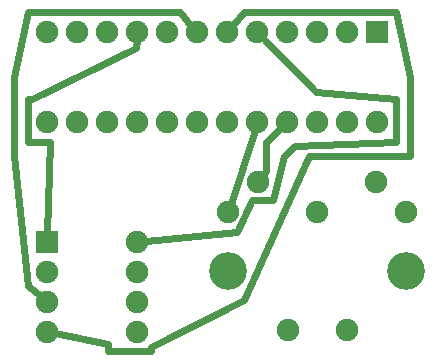
<source format=gbl>
G04 MADE WITH FRITZING*
G04 WWW.FRITZING.ORG*
G04 DOUBLE SIDED*
G04 HOLES PLATED*
G04 CONTOUR ON CENTER OF CONTOUR VECTOR*
%ASAXBY*%
%FSLAX23Y23*%
%MOIN*%
%OFA0B0*%
%SFA1.0B1.0*%
%ADD10C,0.075000*%
%ADD11C,0.126000*%
%ADD12R,0.075000X0.075000*%
%ADD13C,0.024000*%
%LNCOPPER0*%
G90*
G70*
G54D10*
X1266Y1096D03*
X1266Y796D03*
X1166Y1096D03*
X1166Y796D03*
X1066Y1096D03*
X1066Y796D03*
X966Y1096D03*
X966Y796D03*
X866Y1096D03*
X866Y796D03*
X766Y1096D03*
X766Y796D03*
X666Y1096D03*
X666Y796D03*
X566Y1096D03*
X566Y796D03*
X466Y1096D03*
X466Y796D03*
X366Y1096D03*
X366Y796D03*
X266Y1096D03*
X266Y796D03*
X166Y1096D03*
X166Y796D03*
X166Y396D03*
X466Y396D03*
X166Y296D03*
X466Y296D03*
X166Y196D03*
X466Y196D03*
X166Y96D03*
X466Y96D03*
X771Y496D03*
X870Y595D03*
X1066Y496D03*
X1263Y595D03*
X1362Y496D03*
X968Y102D03*
G54D11*
X1362Y299D03*
X771Y299D03*
G54D10*
X1165Y102D03*
G54D12*
X1266Y1096D03*
X166Y396D03*
G54D13*
X946Y776D02*
X896Y729D01*
D02*
X896Y729D02*
X896Y633D01*
D02*
X896Y633D02*
X886Y618D01*
D02*
X858Y769D02*
X780Y523D01*
D02*
X465Y1068D02*
X464Y1041D01*
D02*
X464Y1041D02*
X116Y873D01*
D02*
X116Y873D02*
X104Y873D01*
D02*
X104Y873D02*
X104Y729D01*
D02*
X104Y729D02*
X176Y729D01*
D02*
X176Y729D02*
X167Y425D01*
D02*
X887Y1076D02*
X1064Y897D01*
D02*
X1064Y897D02*
X1328Y873D01*
D02*
X1328Y873D02*
X1328Y729D01*
D02*
X1328Y729D02*
X992Y717D01*
D02*
X992Y717D02*
X956Y681D01*
D02*
X956Y681D02*
X920Y537D01*
D02*
X920Y537D02*
X848Y537D01*
D02*
X848Y537D02*
X800Y429D01*
D02*
X800Y429D02*
X495Y399D01*
D02*
X647Y1117D02*
X608Y1161D01*
D02*
X608Y1161D02*
X104Y1161D01*
D02*
X104Y1161D02*
X56Y945D01*
D02*
X56Y945D02*
X56Y681D01*
D02*
X56Y681D02*
X104Y249D01*
D02*
X104Y249D02*
X145Y215D01*
D02*
X194Y91D02*
X368Y57D01*
D02*
X368Y57D02*
X368Y33D01*
D02*
X368Y33D02*
X512Y33D01*
D02*
X512Y33D02*
X512Y45D01*
D02*
X512Y45D02*
X824Y201D01*
D02*
X824Y201D02*
X1040Y681D01*
D02*
X1040Y681D02*
X1376Y681D01*
D02*
X1376Y681D02*
X1376Y945D01*
D02*
X1376Y945D02*
X1328Y1161D01*
D02*
X1328Y1161D02*
X824Y1161D01*
D02*
X824Y1161D02*
X785Y1118D01*
G04 End of Copper0*
M02*
</source>
